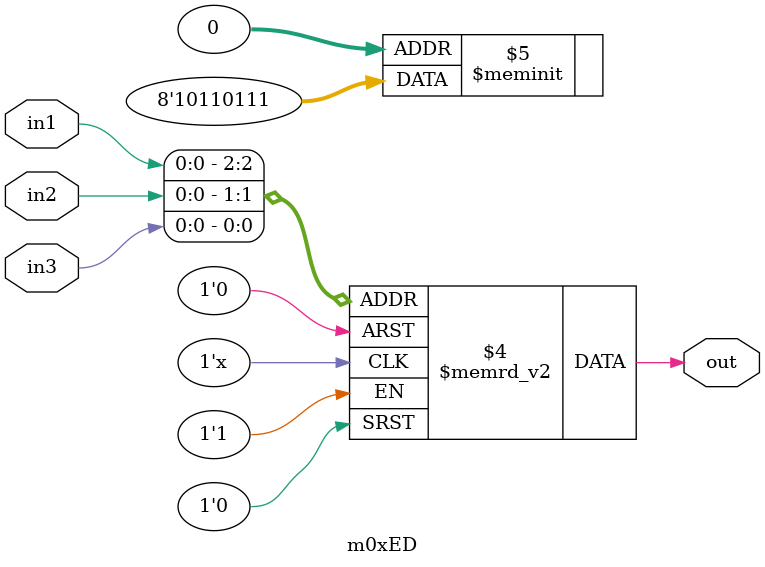
<source format=v>
module m0xED(output out, input in1, in2, in3);

   always @(in1, in2, in3)
     begin
        case({in1, in2, in3})
          3'b000: {out} = 1'b1;
          3'b001: {out} = 1'b1;
          3'b010: {out} = 1'b1;
          3'b011: {out} = 1'b0;
          3'b100: {out} = 1'b1;
          3'b101: {out} = 1'b1;
          3'b110: {out} = 1'b0;
          3'b111: {out} = 1'b1;
        endcase // case ({in1, in2, in3})
     end // always @ (in1, in2, in3)

endmodule // m0xED
</source>
